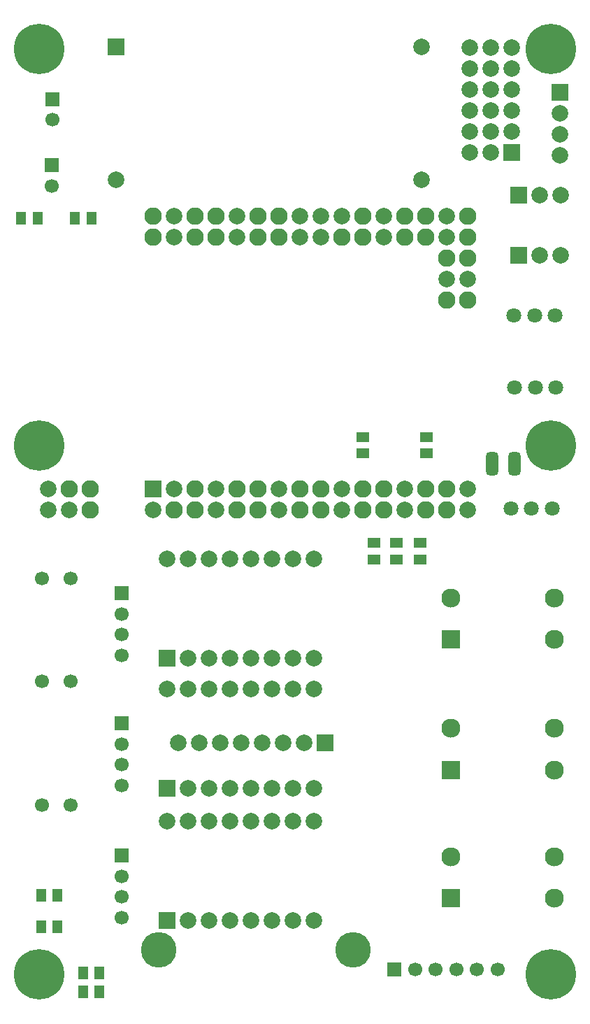
<source format=gts>
G04*
G04 #@! TF.GenerationSoftware,Altium Limited,Altium Designer,24.2.2 (26)*
G04*
G04 Layer_Color=8388736*
%FSLAX43Y43*%
%MOMM*%
G71*
G04*
G04 #@! TF.SameCoordinates,FB4AC1D3-029A-4C58-91C8-636A0C7E52CF*
G04*
G04*
G04 #@! TF.FilePolarity,Negative*
G04*
G01*
G75*
%ADD14R,1.500X1.250*%
G04:AMPARAMS|DCode=15|XSize=2.8mm|YSize=1.45mm|CornerRadius=0.388mm|HoleSize=0mm|Usage=FLASHONLY|Rotation=270.000|XOffset=0mm|YOffset=0mm|HoleType=Round|Shape=RoundedRectangle|*
%AMROUNDEDRECTD15*
21,1,2.800,0.675,0,0,270.0*
21,1,2.025,1.450,0,0,270.0*
1,1,0.775,-0.338,-1.013*
1,1,0.775,-0.338,1.013*
1,1,0.775,0.338,1.013*
1,1,0.775,0.338,-1.013*
%
%ADD15ROUNDEDRECTD15*%
%ADD16R,1.250X1.500*%
%ADD17C,2.000*%
%ADD18R,2.000X2.000*%
%ADD19C,2.103*%
%ADD20C,1.700*%
%ADD21R,1.700X1.700*%
%ADD22R,2.000X2.000*%
%ADD23C,4.300*%
%ADD24R,1.700X1.700*%
%ADD25C,1.800*%
%ADD26C,2.300*%
%ADD27R,2.300X2.300*%
%ADD28C,6.100*%
D14*
X50927Y69072D02*
D03*
Y67072D02*
D03*
X44577Y54245D02*
D03*
Y56245D02*
D03*
X43180Y69072D02*
D03*
Y67072D02*
D03*
X50141Y54245D02*
D03*
Y56245D02*
D03*
X47281Y54245D02*
D03*
Y56245D02*
D03*
D15*
X58823Y65786D02*
D03*
X61573D02*
D03*
D16*
X6223Y13589D02*
D03*
X4223D02*
D03*
X9303Y4191D02*
D03*
X11303D02*
D03*
X6223Y9779D02*
D03*
X4223D02*
D03*
X9303Y1905D02*
D03*
X11303D02*
D03*
X10333Y95555D02*
D03*
X8333D02*
D03*
X1810Y95555D02*
D03*
X3810D02*
D03*
D17*
X27080Y38543D02*
D03*
X19460D02*
D03*
X22000D02*
D03*
X24545Y38538D02*
D03*
X29620Y38543D02*
D03*
X32160D02*
D03*
X34700D02*
D03*
X37240D02*
D03*
X27080Y26543D02*
D03*
X22000D02*
D03*
X24545Y26538D02*
D03*
X29620Y26543D02*
D03*
X32160D02*
D03*
X34700D02*
D03*
X37240D02*
D03*
X27080Y54291D02*
D03*
X19460D02*
D03*
X22000D02*
D03*
X24545Y54286D02*
D03*
X29620Y54291D02*
D03*
X32160D02*
D03*
X34700D02*
D03*
X37240D02*
D03*
X27080Y42291D02*
D03*
X22000D02*
D03*
X24545Y42286D02*
D03*
X29620Y42291D02*
D03*
X32160D02*
D03*
X34700D02*
D03*
X37240D02*
D03*
X45720Y93218D02*
D03*
X40640Y95758D02*
D03*
X38100D02*
D03*
X45720D02*
D03*
X53340D02*
D03*
X38100Y93218D02*
D03*
X20320Y95758D02*
D03*
X27940D02*
D03*
X35560D02*
D03*
X20320Y93218D02*
D03*
X27940D02*
D03*
X35560D02*
D03*
X55880Y88138D02*
D03*
X53340D02*
D03*
Y93218D02*
D03*
X20320Y62738D02*
D03*
X17780Y60198D02*
D03*
X25400D02*
D03*
Y62738D02*
D03*
X33020Y60198D02*
D03*
Y62738D02*
D03*
X40640Y60198D02*
D03*
X48260D02*
D03*
X55880D02*
D03*
X40640Y62738D02*
D03*
X48260D02*
D03*
X55880D02*
D03*
X5080Y62743D02*
D03*
X7620Y60203D02*
D03*
X5080D02*
D03*
X67061Y105659D02*
D03*
X67056Y108204D02*
D03*
Y103124D02*
D03*
X30988Y32004D02*
D03*
X36068D02*
D03*
X33523Y31999D02*
D03*
X28448Y32004D02*
D03*
X25908D02*
D03*
X23368D02*
D03*
X20828D02*
D03*
X37240Y10541D02*
D03*
X34700D02*
D03*
X32160D02*
D03*
X29620D02*
D03*
X24545Y10536D02*
D03*
X22000Y10541D02*
D03*
X27080D02*
D03*
X37240Y22541D02*
D03*
X34700D02*
D03*
X32160D02*
D03*
X29620D02*
D03*
X24545Y22536D02*
D03*
X22000Y22541D02*
D03*
X19460D02*
D03*
X27080D02*
D03*
X67160Y98303D02*
D03*
X64615Y98298D02*
D03*
X61214Y108585D02*
D03*
Y106045D02*
D03*
Y111125D02*
D03*
Y113665D02*
D03*
Y116205D02*
D03*
X58674Y108585D02*
D03*
Y106045D02*
D03*
Y103505D02*
D03*
Y111125D02*
D03*
Y113665D02*
D03*
Y116205D02*
D03*
X56134Y108585D02*
D03*
Y106045D02*
D03*
Y103505D02*
D03*
Y111125D02*
D03*
Y113665D02*
D03*
Y116205D02*
D03*
X50335Y116294D02*
D03*
Y100203D02*
D03*
X13335D02*
D03*
X64615Y91059D02*
D03*
X67160Y91064D02*
D03*
D18*
X19460Y26543D02*
D03*
Y42291D02*
D03*
X17780Y62738D02*
D03*
X38608Y32004D02*
D03*
X19460Y10541D02*
D03*
X62075Y98298D02*
D03*
Y91059D02*
D03*
D19*
X48260Y93218D02*
D03*
X50800D02*
D03*
X55880Y95758D02*
D03*
X43180D02*
D03*
X48260D02*
D03*
X50800D02*
D03*
X40640Y93218D02*
D03*
X43180D02*
D03*
X17780Y95758D02*
D03*
X25400D02*
D03*
X22860D02*
D03*
X33020D02*
D03*
X22860Y93218D02*
D03*
X17780D02*
D03*
X25400D02*
D03*
X33020D02*
D03*
X30480D02*
D03*
X55880Y85598D02*
D03*
Y90678D02*
D03*
X53340D02*
D03*
Y85598D02*
D03*
X30466Y95745D02*
D03*
X55880Y93218D02*
D03*
X43180Y60198D02*
D03*
X22860Y62738D02*
D03*
X20320Y60198D02*
D03*
X22860D02*
D03*
X27940D02*
D03*
X30480D02*
D03*
X27940Y62738D02*
D03*
X30480D02*
D03*
X35560Y60198D02*
D03*
X38100D02*
D03*
X35560Y62738D02*
D03*
X38100D02*
D03*
X45720Y60198D02*
D03*
X50800D02*
D03*
X53340D02*
D03*
X43180Y62738D02*
D03*
X45720D02*
D03*
X50800D02*
D03*
X53340D02*
D03*
X7620Y62743D02*
D03*
X10160Y60203D02*
D03*
Y62743D02*
D03*
D20*
X59523Y4572D02*
D03*
X54523D02*
D03*
X52023D02*
D03*
X49523D02*
D03*
X57023D02*
D03*
X14000Y26881D02*
D03*
Y29381D02*
D03*
Y31881D02*
D03*
Y15879D02*
D03*
Y13379D02*
D03*
Y10879D02*
D03*
X5588Y107442D02*
D03*
X4286Y39497D02*
D03*
X7786D02*
D03*
X4286Y51943D02*
D03*
X7786D02*
D03*
X4286Y24511D02*
D03*
X7786D02*
D03*
X14000Y47629D02*
D03*
Y45129D02*
D03*
Y42629D02*
D03*
X5548Y99461D02*
D03*
D21*
X47023Y4572D02*
D03*
D22*
X67056Y110744D02*
D03*
X61214Y103505D02*
D03*
X13335Y116294D02*
D03*
D23*
X42000Y7002D02*
D03*
X18500D02*
D03*
D24*
X14000Y34381D02*
D03*
Y18379D02*
D03*
X5588Y109942D02*
D03*
X14000Y50129D02*
D03*
X5548Y101961D02*
D03*
D25*
X63627Y60367D02*
D03*
X66127D02*
D03*
X61127D02*
D03*
X61595Y75057D02*
D03*
X66595D02*
D03*
X64095D02*
D03*
X61508Y83735D02*
D03*
X66508D02*
D03*
X64008D02*
D03*
D26*
X66390Y49531D02*
D03*
X53890D02*
D03*
X66390Y44531D02*
D03*
X66390Y18200D02*
D03*
X53890D02*
D03*
X66390Y13200D02*
D03*
Y28772D02*
D03*
X53890Y33772D02*
D03*
X66390D02*
D03*
D27*
X53890Y44531D02*
D03*
X53890Y13200D02*
D03*
Y28772D02*
D03*
D28*
X66000Y68000D02*
D03*
X4000Y116000D02*
D03*
Y68000D02*
D03*
X66000Y116000D02*
D03*
X4000Y4000D02*
D03*
X66000D02*
D03*
M02*

</source>
